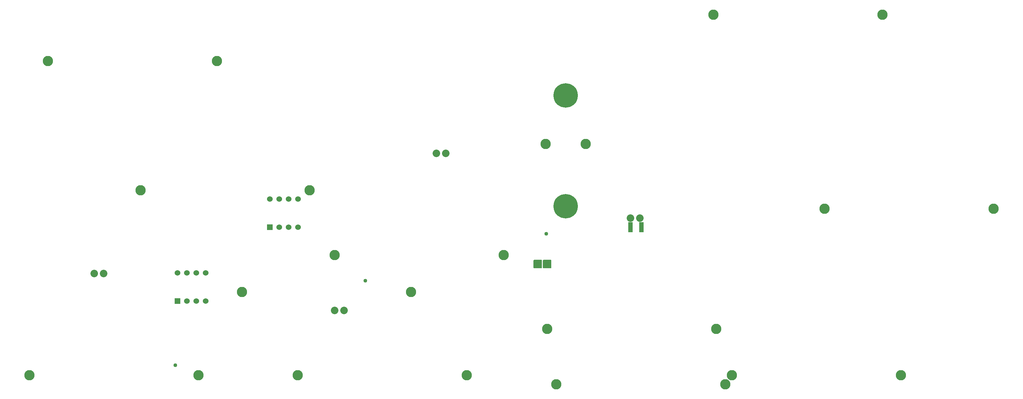
<source format=gbr>
G04 PROTEUS GERBER X2 FILE*
%TF.GenerationSoftware,Labcenter,Proteus,8.13-SP0-Build31525*%
%TF.CreationDate,2025-12-25T14:29:14+00:00*%
%TF.FileFunction,Soldermask,Top*%
%TF.FilePolarity,Negative*%
%TF.Part,Single*%
%TF.SameCoordinates,{db0003a8-45e4-4f23-9e85-8f5fa2e6f16b}*%
%FSLAX45Y45*%
%MOMM*%
G01*
%TA.AperFunction,Material*%
%ADD71C,1.016000*%
%TA.AperFunction,Material*%
%ADD20C,2.032000*%
%AMPPAD013*
4,1,4,
-0.571500,1.346200,
0.571500,1.346200,
0.571500,-1.346200,
-0.571500,-1.346200,
-0.571500,1.346200,
0*%
%ADD21PPAD013*%
%AMPPAD014*
4,1,36,
-1.016000,1.143000,
1.016000,1.143000,
1.041970,1.140470,
1.065980,1.133200,
1.087580,1.121650,
1.106290,1.106290,
1.121650,1.087570,
1.133200,1.065980,
1.140470,1.041970,
1.143000,1.016000,
1.143000,-1.016000,
1.140470,-1.041970,
1.133200,-1.065980,
1.121650,-1.087570,
1.106290,-1.106290,
1.087580,-1.121650,
1.065980,-1.133200,
1.041970,-1.140470,
1.016000,-1.143000,
-1.016000,-1.143000,
-1.041970,-1.140470,
-1.065980,-1.133200,
-1.087580,-1.121650,
-1.106290,-1.106290,
-1.121650,-1.087570,
-1.133200,-1.065980,
-1.140470,-1.041970,
-1.143000,-1.016000,
-1.143000,1.016000,
-1.140470,1.041970,
-1.133200,1.065980,
-1.121650,1.087570,
-1.106290,1.106290,
-1.087580,1.121650,
-1.065980,1.133200,
-1.041970,1.140470,
-1.016000,1.143000,
0*%
%ADD22PPAD014*%
%TA.AperFunction,Material*%
%ADD23C,2.794000*%
%ADD24C,6.604000*%
%AMPPAD017*
4,1,36,
-0.635000,0.762000,
0.635000,0.762000,
0.660970,0.759470,
0.684980,0.752200,
0.706580,0.740650,
0.725290,0.725290,
0.740650,0.706570,
0.752200,0.684980,
0.759470,0.660970,
0.762000,0.635000,
0.762000,-0.635000,
0.759470,-0.660970,
0.752200,-0.684980,
0.740650,-0.706570,
0.725290,-0.725290,
0.706580,-0.740650,
0.684980,-0.752200,
0.660970,-0.759470,
0.635000,-0.762000,
-0.635000,-0.762000,
-0.660970,-0.759470,
-0.684980,-0.752200,
-0.706580,-0.740650,
-0.725290,-0.725290,
-0.740650,-0.706570,
-0.752200,-0.684980,
-0.759470,-0.660970,
-0.762000,-0.635000,
-0.762000,0.635000,
-0.759470,0.660970,
-0.752200,0.684980,
-0.740650,0.706570,
-0.725290,0.725290,
-0.706580,0.740650,
-0.684980,0.752200,
-0.660970,0.759470,
-0.635000,0.762000,
0*%
%TA.AperFunction,Material*%
%ADD25PPAD017*%
%ADD26C,1.524000*%
%TD.AperFunction*%
D71*
X-7810500Y+1270000D03*
X+2222500Y+4826000D03*
X-2667000Y+3556000D03*
D20*
X-10004000Y+3750000D03*
X-9750000Y+3750000D03*
X-3500000Y+2750000D03*
X-3246000Y+2750000D03*
X-750000Y+7000000D03*
X-496000Y+7000000D03*
X+4500000Y+5250000D03*
X+4754000Y+5250000D03*
D21*
X+4500000Y+5000000D03*
X+4800000Y+5000000D03*
D22*
X+2000000Y+4000000D03*
X+2254000Y+4000000D03*
D23*
X+2206440Y+7250000D03*
X+3293560Y+7250000D03*
D24*
X+2750000Y+8563180D03*
X+2750000Y+5565980D03*
D23*
X-11750000Y+1000000D03*
X-7178000Y+1000000D03*
X-4500000Y+1000000D03*
X+72000Y+1000000D03*
X+7250000Y+1000000D03*
X+11822000Y+1000000D03*
X+2250000Y+2250000D03*
X+6822000Y+2250000D03*
X+9750000Y+5500000D03*
X+14322000Y+5500000D03*
X-6000000Y+3250000D03*
X-1428000Y+3250000D03*
X-3500000Y+4250000D03*
X+1072000Y+4250000D03*
X-11250000Y+9500000D03*
X-6678000Y+9500000D03*
X-8750000Y+6000000D03*
X-4178000Y+6000000D03*
X+6750000Y+10750000D03*
X+11322000Y+10750000D03*
X+2500000Y+750000D03*
X+7072000Y+750000D03*
D25*
X-7750000Y+3000000D03*
D26*
X-7496000Y+3000000D03*
X-7242000Y+3000000D03*
X-6988000Y+3000000D03*
X-6988000Y+3762000D03*
X-7242000Y+3762000D03*
X-7496000Y+3762000D03*
X-7750000Y+3762000D03*
D25*
X-5250000Y+5000000D03*
D26*
X-4996000Y+5000000D03*
X-4742000Y+5000000D03*
X-4488000Y+5000000D03*
X-4488000Y+5762000D03*
X-4742000Y+5762000D03*
X-4996000Y+5762000D03*
X-5250000Y+5762000D03*
M02*

</source>
